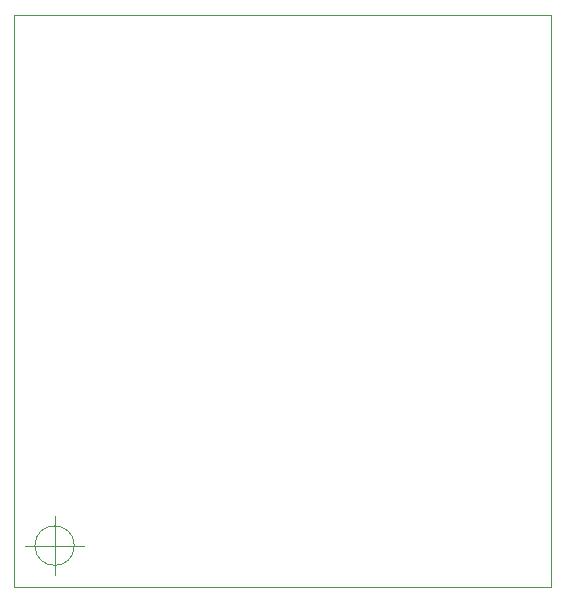
<source format=gbr>
%TF.GenerationSoftware,KiCad,Pcbnew,5.1.10-88a1d61d58~90~ubuntu20.04.1*%
%TF.CreationDate,2022-01-16T22:29:31+00:00*%
%TF.ProjectId,12_24_boost_converter,31325f32-345f-4626-9f6f-73745f636f6e,rev?*%
%TF.SameCoordinates,Original*%
%TF.FileFunction,Profile,NP*%
%FSLAX46Y46*%
G04 Gerber Fmt 4.6, Leading zero omitted, Abs format (unit mm)*
G04 Created by KiCad (PCBNEW 5.1.10-88a1d61d58~90~ubuntu20.04.1) date 2022-01-16 22:29:31*
%MOMM*%
%LPD*%
G01*
G04 APERTURE LIST*
%TA.AperFunction,Profile*%
%ADD10C,0.050000*%
%TD*%
G04 APERTURE END LIST*
D10*
X110124666Y-124968000D02*
G75*
G03*
X110124666Y-124968000I-1666666J0D01*
G01*
X105958000Y-124968000D02*
X110958000Y-124968000D01*
X108458000Y-122468000D02*
X108458000Y-127468000D01*
X150500000Y-80000000D02*
X105000000Y-80000000D01*
X150500000Y-80000000D02*
X150500000Y-128500000D01*
X150500000Y-128500000D02*
X105000000Y-128500000D01*
X105000000Y-128500000D02*
X105000000Y-80000000D01*
M02*

</source>
